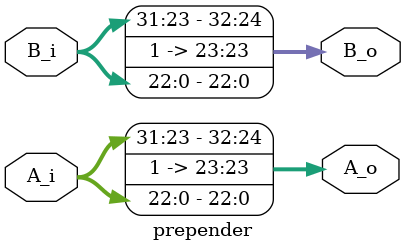
<source format=v>
`timescale 1ns / 1ps

module prepender(
    input [31:0] A_i,
    input [31:0] B_i,
    output [32:0] A_o,
    output [32:0] B_o
    );

    assign A_o = {A_i[31:23],1'b1,A_i[22:0]};
    assign B_o = {B_i[31:23],1'b1,B_i[22:0]};
endmodule

</source>
